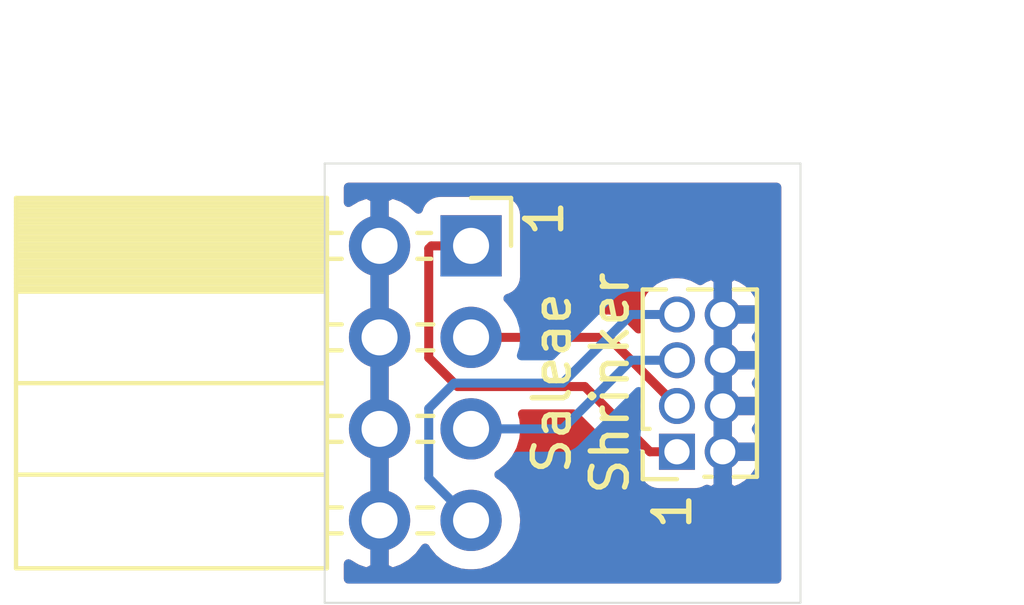
<source format=kicad_pcb>
(kicad_pcb (version 20171130) (host pcbnew "(5.1.4)-1")

  (general
    (thickness 1.6)
    (drawings 9)
    (tracks 18)
    (zones 0)
    (modules 2)
    (nets 6)
  )

  (page A4)
  (layers
    (0 F.Cu signal)
    (31 B.Cu signal)
    (32 B.Adhes user)
    (33 F.Adhes user)
    (34 B.Paste user)
    (35 F.Paste user)
    (36 B.SilkS user)
    (37 F.SilkS user)
    (38 B.Mask user)
    (39 F.Mask user)
    (40 Dwgs.User user)
    (41 Cmts.User user)
    (42 Eco1.User user)
    (43 Eco2.User user)
    (44 Edge.Cuts user)
    (45 Margin user)
    (46 B.CrtYd user)
    (47 F.CrtYd user)
    (48 B.Fab user)
    (49 F.Fab user)
  )

  (setup
    (last_trace_width 0.25)
    (trace_clearance 0.2)
    (zone_clearance 0.508)
    (zone_45_only no)
    (trace_min 0.2)
    (via_size 0.8)
    (via_drill 0.4)
    (via_min_size 0.4)
    (via_min_drill 0.3)
    (uvia_size 0.3)
    (uvia_drill 0.1)
    (uvias_allowed no)
    (uvia_min_size 0.2)
    (uvia_min_drill 0.1)
    (edge_width 0.05)
    (segment_width 0.2)
    (pcb_text_width 0.3)
    (pcb_text_size 1.5 1.5)
    (mod_edge_width 0.12)
    (mod_text_size 1 1)
    (mod_text_width 0.15)
    (pad_size 1.524 1.524)
    (pad_drill 0.762)
    (pad_to_mask_clearance 0.051)
    (solder_mask_min_width 0.25)
    (aux_axis_origin 0 0)
    (visible_elements 7FFFFFFF)
    (pcbplotparams
      (layerselection 0x010fc_ffffffff)
      (usegerberextensions false)
      (usegerberattributes false)
      (usegerberadvancedattributes false)
      (creategerberjobfile false)
      (excludeedgelayer true)
      (linewidth 0.100000)
      (plotframeref false)
      (viasonmask false)
      (mode 1)
      (useauxorigin false)
      (hpglpennumber 1)
      (hpglpenspeed 20)
      (hpglpendiameter 15.000000)
      (psnegative false)
      (psa4output false)
      (plotreference true)
      (plotvalue true)
      (plotinvisibletext false)
      (padsonsilk false)
      (subtractmaskfromsilk false)
      (outputformat 1)
      (mirror false)
      (drillshape 0)
      (scaleselection 1)
      (outputdirectory ""))
  )

  (net 0 "")
  (net 1 "Net-(J1-Pad7)")
  (net 2 "Net-(J1-Pad5)")
  (net 3 "Net-(J1-Pad3)")
  (net 4 "Net-(J1-Pad1)")
  (net 5 GND)

  (net_class Default "This is the default net class."
    (clearance 0.2)
    (trace_width 0.25)
    (via_dia 0.8)
    (via_drill 0.4)
    (uvia_dia 0.3)
    (uvia_drill 0.1)
    (add_net GND)
    (add_net "Net-(J1-Pad1)")
    (add_net "Net-(J1-Pad3)")
    (add_net "Net-(J1-Pad5)")
    (add_net "Net-(J1-Pad7)")
  )

  (module Connector_PinSocket_1.27mm:PinSocket_2x04_P1.27mm_Vertical (layer F.Cu) (tedit 5A19A431) (tstamp 60BA65EC)
    (at 150.495 85.725 180)
    (descr "Through hole straight socket strip, 2x04, 1.27mm pitch, double cols (from Kicad 4.0.7), script generated")
    (tags "Through hole socket strip THT 2x04 1.27mm double row")
    (path /60C1262A)
    (fp_text reference J2 (at -0.635 5.969 90) (layer F.SilkS) hide
      (effects (font (size 1 1) (thickness 0.15)))
    )
    (fp_text value "0.050\" V 2x4" (at -0.635 5.945) (layer F.Fab) hide
      (effects (font (size 1 1) (thickness 0.15)))
    )
    (fp_text user %R (at -0.635 1.905 90) (layer F.Fab)
      (effects (font (size 1 1) (thickness 0.15)))
    )
    (fp_line (start -2.67 4.95) (end -2.67 -1.15) (layer F.CrtYd) (width 0.05))
    (fp_line (start 1.38 4.95) (end -2.67 4.95) (layer F.CrtYd) (width 0.05))
    (fp_line (start 1.38 -1.15) (end 1.38 4.95) (layer F.CrtYd) (width 0.05))
    (fp_line (start -2.67 -1.15) (end 1.38 -1.15) (layer F.CrtYd) (width 0.05))
    (fp_line (start 0 -0.76) (end 0.95 -0.76) (layer F.SilkS) (width 0.12))
    (fp_line (start 0.95 -0.76) (end 0.95 0) (layer F.SilkS) (width 0.12))
    (fp_line (start 0.76 0.635) (end 0.95 0.635) (layer F.SilkS) (width 0.12))
    (fp_line (start 0.95 0.635) (end 0.95 4.505) (layer F.SilkS) (width 0.12))
    (fp_line (start -0.96247 4.505) (end -0.30753 4.505) (layer F.SilkS) (width 0.12))
    (fp_line (start -2.22 4.505) (end -1.57753 4.505) (layer F.SilkS) (width 0.12))
    (fp_line (start 0.30753 4.505) (end 0.95 4.505) (layer F.SilkS) (width 0.12))
    (fp_line (start -2.22 -0.695) (end -2.22 4.505) (layer F.SilkS) (width 0.12))
    (fp_line (start -0.96247 -0.695) (end -0.76 -0.695) (layer F.SilkS) (width 0.12))
    (fp_line (start -2.22 -0.695) (end -1.57753 -0.695) (layer F.SilkS) (width 0.12))
    (fp_line (start -2.16 4.445) (end -2.16 -0.635) (layer F.Fab) (width 0.1))
    (fp_line (start 0.89 4.445) (end -2.16 4.445) (layer F.Fab) (width 0.1))
    (fp_line (start 0.89 0.1275) (end 0.89 4.445) (layer F.Fab) (width 0.1))
    (fp_line (start 0.1275 -0.635) (end 0.89 0.1275) (layer F.Fab) (width 0.1))
    (fp_line (start -2.16 -0.635) (end 0.1275 -0.635) (layer F.Fab) (width 0.1))
    (pad 8 thru_hole oval (at -1.27 3.81 180) (size 1 1) (drill 0.7) (layers *.Cu *.Mask)
      (net 5 GND))
    (pad 7 thru_hole oval (at 0 3.81 180) (size 1 1) (drill 0.7) (layers *.Cu *.Mask)
      (net 1 "Net-(J1-Pad7)"))
    (pad 6 thru_hole oval (at -1.27 2.54 180) (size 1 1) (drill 0.7) (layers *.Cu *.Mask)
      (net 5 GND))
    (pad 5 thru_hole oval (at 0 2.54 180) (size 1 1) (drill 0.7) (layers *.Cu *.Mask)
      (net 2 "Net-(J1-Pad5)"))
    (pad 4 thru_hole oval (at -1.27 1.27 180) (size 1 1) (drill 0.7) (layers *.Cu *.Mask)
      (net 5 GND))
    (pad 3 thru_hole oval (at 0 1.27 180) (size 1 1) (drill 0.7) (layers *.Cu *.Mask)
      (net 3 "Net-(J1-Pad3)"))
    (pad 2 thru_hole oval (at -1.27 0 180) (size 1 1) (drill 0.7) (layers *.Cu *.Mask)
      (net 5 GND))
    (pad 1 thru_hole rect (at 0 0 180) (size 1 1) (drill 0.7) (layers *.Cu *.Mask)
      (net 4 "Net-(J1-Pad1)"))
    (model ${KISYS3DMOD}/Connector_PinSocket_1.27mm.3dshapes/PinSocket_2x04_P1.27mm_Vertical.wrl
      (at (xyz 0 0 0))
      (scale (xyz 1 1 1))
      (rotate (xyz 0 0 0))
    )
  )

  (module Connector_PinSocket_2.54mm:PinSocket_2x04_P2.54mm_Horizontal (layer F.Cu) (tedit 5A19A432) (tstamp 60BA63D3)
    (at 144.78 80.01)
    (descr "Through hole angled socket strip, 2x04, 2.54mm pitch, 8.51mm socket length, double cols (from Kicad 4.0.7), script generated")
    (tags "Through hole angled socket strip THT 2x04 2.54mm double row")
    (path /60C11DE3)
    (fp_text reference J1 (at 6.096 -0.254 90) (layer F.SilkS) hide
      (effects (font (size 1 1) (thickness 0.15)))
    )
    (fp_text value "0.100\" RA 2x4" (at -5.65 10.39) (layer F.Fab) hide
      (effects (font (size 1 1) (thickness 0.15)))
    )
    (fp_line (start -12.57 -1.27) (end -5.03 -1.27) (layer F.Fab) (width 0.1))
    (fp_line (start -5.03 -1.27) (end -4.06 -0.3) (layer F.Fab) (width 0.1))
    (fp_line (start -4.06 -0.3) (end -4.06 8.89) (layer F.Fab) (width 0.1))
    (fp_line (start -4.06 8.89) (end -12.57 8.89) (layer F.Fab) (width 0.1))
    (fp_line (start -12.57 8.89) (end -12.57 -1.27) (layer F.Fab) (width 0.1))
    (fp_line (start 0 -0.3) (end -4.06 -0.3) (layer F.Fab) (width 0.1))
    (fp_line (start -4.06 0.3) (end 0 0.3) (layer F.Fab) (width 0.1))
    (fp_line (start 0 0.3) (end 0 -0.3) (layer F.Fab) (width 0.1))
    (fp_line (start 0 2.24) (end -4.06 2.24) (layer F.Fab) (width 0.1))
    (fp_line (start -4.06 2.84) (end 0 2.84) (layer F.Fab) (width 0.1))
    (fp_line (start 0 2.84) (end 0 2.24) (layer F.Fab) (width 0.1))
    (fp_line (start 0 4.78) (end -4.06 4.78) (layer F.Fab) (width 0.1))
    (fp_line (start -4.06 5.38) (end 0 5.38) (layer F.Fab) (width 0.1))
    (fp_line (start 0 5.38) (end 0 4.78) (layer F.Fab) (width 0.1))
    (fp_line (start 0 7.32) (end -4.06 7.32) (layer F.Fab) (width 0.1))
    (fp_line (start -4.06 7.92) (end 0 7.92) (layer F.Fab) (width 0.1))
    (fp_line (start 0 7.92) (end 0 7.32) (layer F.Fab) (width 0.1))
    (fp_line (start -12.63 -1.21) (end -4 -1.21) (layer F.SilkS) (width 0.12))
    (fp_line (start -12.63 -1.091905) (end -4 -1.091905) (layer F.SilkS) (width 0.12))
    (fp_line (start -12.63 -0.97381) (end -4 -0.97381) (layer F.SilkS) (width 0.12))
    (fp_line (start -12.63 -0.855715) (end -4 -0.855715) (layer F.SilkS) (width 0.12))
    (fp_line (start -12.63 -0.73762) (end -4 -0.73762) (layer F.SilkS) (width 0.12))
    (fp_line (start -12.63 -0.619525) (end -4 -0.619525) (layer F.SilkS) (width 0.12))
    (fp_line (start -12.63 -0.50143) (end -4 -0.50143) (layer F.SilkS) (width 0.12))
    (fp_line (start -12.63 -0.383335) (end -4 -0.383335) (layer F.SilkS) (width 0.12))
    (fp_line (start -12.63 -0.26524) (end -4 -0.26524) (layer F.SilkS) (width 0.12))
    (fp_line (start -12.63 -0.147145) (end -4 -0.147145) (layer F.SilkS) (width 0.12))
    (fp_line (start -12.63 -0.02905) (end -4 -0.02905) (layer F.SilkS) (width 0.12))
    (fp_line (start -12.63 0.089045) (end -4 0.089045) (layer F.SilkS) (width 0.12))
    (fp_line (start -12.63 0.20714) (end -4 0.20714) (layer F.SilkS) (width 0.12))
    (fp_line (start -12.63 0.325235) (end -4 0.325235) (layer F.SilkS) (width 0.12))
    (fp_line (start -12.63 0.44333) (end -4 0.44333) (layer F.SilkS) (width 0.12))
    (fp_line (start -12.63 0.561425) (end -4 0.561425) (layer F.SilkS) (width 0.12))
    (fp_line (start -12.63 0.67952) (end -4 0.67952) (layer F.SilkS) (width 0.12))
    (fp_line (start -12.63 0.797615) (end -4 0.797615) (layer F.SilkS) (width 0.12))
    (fp_line (start -12.63 0.91571) (end -4 0.91571) (layer F.SilkS) (width 0.12))
    (fp_line (start -12.63 1.033805) (end -4 1.033805) (layer F.SilkS) (width 0.12))
    (fp_line (start -12.63 1.1519) (end -4 1.1519) (layer F.SilkS) (width 0.12))
    (fp_line (start -4 -0.36) (end -3.59 -0.36) (layer F.SilkS) (width 0.12))
    (fp_line (start -1.49 -0.36) (end -1.11 -0.36) (layer F.SilkS) (width 0.12))
    (fp_line (start -4 0.36) (end -3.59 0.36) (layer F.SilkS) (width 0.12))
    (fp_line (start -1.49 0.36) (end -1.11 0.36) (layer F.SilkS) (width 0.12))
    (fp_line (start -4 2.18) (end -3.59 2.18) (layer F.SilkS) (width 0.12))
    (fp_line (start -1.49 2.18) (end -1.05 2.18) (layer F.SilkS) (width 0.12))
    (fp_line (start -4 2.9) (end -3.59 2.9) (layer F.SilkS) (width 0.12))
    (fp_line (start -1.49 2.9) (end -1.05 2.9) (layer F.SilkS) (width 0.12))
    (fp_line (start -4 4.72) (end -3.59 4.72) (layer F.SilkS) (width 0.12))
    (fp_line (start -1.49 4.72) (end -1.05 4.72) (layer F.SilkS) (width 0.12))
    (fp_line (start -4 5.44) (end -3.59 5.44) (layer F.SilkS) (width 0.12))
    (fp_line (start -1.49 5.44) (end -1.05 5.44) (layer F.SilkS) (width 0.12))
    (fp_line (start -4 7.26) (end -3.59 7.26) (layer F.SilkS) (width 0.12))
    (fp_line (start -1.49 7.26) (end -1.05 7.26) (layer F.SilkS) (width 0.12))
    (fp_line (start -4 7.98) (end -3.59 7.98) (layer F.SilkS) (width 0.12))
    (fp_line (start -1.49 7.98) (end -1.05 7.98) (layer F.SilkS) (width 0.12))
    (fp_line (start -12.63 1.27) (end -4 1.27) (layer F.SilkS) (width 0.12))
    (fp_line (start -12.63 3.81) (end -4 3.81) (layer F.SilkS) (width 0.12))
    (fp_line (start -12.63 6.35) (end -4 6.35) (layer F.SilkS) (width 0.12))
    (fp_line (start -12.63 -1.33) (end -4 -1.33) (layer F.SilkS) (width 0.12))
    (fp_line (start -4 -1.33) (end -4 8.95) (layer F.SilkS) (width 0.12))
    (fp_line (start -12.63 8.95) (end -4 8.95) (layer F.SilkS) (width 0.12))
    (fp_line (start -12.63 -1.33) (end -12.63 8.95) (layer F.SilkS) (width 0.12))
    (fp_line (start 1.11 -1.33) (end 1.11 0) (layer F.SilkS) (width 0.12))
    (fp_line (start 0 -1.33) (end 1.11 -1.33) (layer F.SilkS) (width 0.12))
    (fp_line (start 1.8 -1.75) (end -13.05 -1.75) (layer F.CrtYd) (width 0.05))
    (fp_line (start -13.05 -1.75) (end -13.05 9.45) (layer F.CrtYd) (width 0.05))
    (fp_line (start -13.05 9.45) (end 1.8 9.45) (layer F.CrtYd) (width 0.05))
    (fp_line (start 1.8 9.45) (end 1.8 -1.75) (layer F.CrtYd) (width 0.05))
    (fp_text user %R (at -8.315 3.81 90) (layer F.Fab)
      (effects (font (size 1 1) (thickness 0.15)))
    )
    (pad 1 thru_hole rect (at 0 0) (size 1.7 1.7) (drill 1) (layers *.Cu *.Mask)
      (net 4 "Net-(J1-Pad1)"))
    (pad 2 thru_hole oval (at -2.54 0) (size 1.7 1.7) (drill 1) (layers *.Cu *.Mask)
      (net 5 GND))
    (pad 3 thru_hole oval (at 0 2.54) (size 1.7 1.7) (drill 1) (layers *.Cu *.Mask)
      (net 3 "Net-(J1-Pad3)"))
    (pad 4 thru_hole oval (at -2.54 2.54) (size 1.7 1.7) (drill 1) (layers *.Cu *.Mask)
      (net 5 GND))
    (pad 5 thru_hole oval (at 0 5.08) (size 1.7 1.7) (drill 1) (layers *.Cu *.Mask)
      (net 2 "Net-(J1-Pad5)"))
    (pad 6 thru_hole oval (at -2.54 5.08) (size 1.7 1.7) (drill 1) (layers *.Cu *.Mask)
      (net 5 GND))
    (pad 7 thru_hole oval (at 0 7.62) (size 1.7 1.7) (drill 1) (layers *.Cu *.Mask)
      (net 1 "Net-(J1-Pad7)"))
    (pad 8 thru_hole oval (at -2.54 7.62) (size 1.7 1.7) (drill 1) (layers *.Cu *.Mask)
      (net 5 GND))
    (model ${KISYS3DMOD}/Connector_PinSocket_2.54mm.3dshapes/PinSocket_2x04_P2.54mm_Horizontal.wrl
      (at (xyz 0 0 0))
      (scale (xyz 1 1 1))
      (rotate (xyz 0 0 0))
    )
  )

  (gr_text 1 (at 150.368 87.376 90) (layer F.SilkS) (tstamp 60BA6F12)
    (effects (font (size 1 1) (thickness 0.15)))
  )
  (gr_text 1 (at 146.812 79.248 90) (layer F.SilkS)
    (effects (font (size 1 1) (thickness 0.15)))
  )
  (gr_text "Saleae\nShrinker" (at 147.828 83.82 90) (layer F.SilkS)
    (effects (font (size 1 1) (thickness 0.15)))
  )
  (dimension 12.192 (width 0.15) (layer Dwgs.User)
    (gr_text "12.192 mm" (at 158.78 83.82 270) (layer Dwgs.User)
      (effects (font (size 1 1) (thickness 0.15)))
    )
    (feature1 (pts (xy 153.924 89.916) (xy 158.066421 89.916)))
    (feature2 (pts (xy 153.924 77.724) (xy 158.066421 77.724)))
    (crossbar (pts (xy 157.48 77.724) (xy 157.48 89.916)))
    (arrow1a (pts (xy 157.48 89.916) (xy 156.893579 88.789496)))
    (arrow1b (pts (xy 157.48 89.916) (xy 158.066421 88.789496)))
    (arrow2a (pts (xy 157.48 77.724) (xy 156.893579 78.850504)))
    (arrow2b (pts (xy 157.48 77.724) (xy 158.066421 78.850504)))
  )
  (dimension 13.208 (width 0.15) (layer Dwgs.User)
    (gr_text "13.208 mm" (at 147.32 73.884) (layer Dwgs.User)
      (effects (font (size 1 1) (thickness 0.15)))
    )
    (feature1 (pts (xy 153.924 77.724) (xy 153.924 74.597579)))
    (feature2 (pts (xy 140.716 77.724) (xy 140.716 74.597579)))
    (crossbar (pts (xy 140.716 75.184) (xy 153.924 75.184)))
    (arrow1a (pts (xy 153.924 75.184) (xy 152.797496 75.770421)))
    (arrow1b (pts (xy 153.924 75.184) (xy 152.797496 74.597579)))
    (arrow2a (pts (xy 140.716 75.184) (xy 141.842504 75.770421)))
    (arrow2b (pts (xy 140.716 75.184) (xy 141.842504 74.597579)))
  )
  (gr_line (start 153.924 77.724) (end 140.716 77.724) (layer Edge.Cuts) (width 0.05) (tstamp 60BA68E3))
  (gr_line (start 153.924 89.916) (end 153.924 77.724) (layer Edge.Cuts) (width 0.05))
  (gr_line (start 140.716 89.916) (end 153.924 89.916) (layer Edge.Cuts) (width 0.05))
  (gr_line (start 140.716 77.724) (end 140.716 89.916) (layer Edge.Cuts) (width 0.05))

  (segment (start 149.22359 81.915) (end 150.495 81.915) (width 0.25) (layer B.Cu) (net 1))
  (segment (start 147.31859 83.82) (end 149.22359 81.915) (width 0.25) (layer B.Cu) (net 1))
  (segment (start 144.310998 83.82) (end 147.31859 83.82) (width 0.25) (layer B.Cu) (net 1))
  (segment (start 143.604999 84.525999) (end 144.310998 83.82) (width 0.25) (layer B.Cu) (net 1))
  (segment (start 144.78 87.63) (end 143.604999 86.454999) (width 0.25) (layer B.Cu) (net 1))
  (segment (start 143.604999 86.454999) (end 143.604999 84.525999) (width 0.25) (layer B.Cu) (net 1))
  (segment (start 149.225 83.185) (end 150.495 83.185) (width 0.25) (layer B.Cu) (net 2))
  (segment (start 144.78 85.09) (end 147.32 85.09) (width 0.25) (layer B.Cu) (net 2))
  (segment (start 147.32 85.09) (end 149.225 83.185) (width 0.25) (layer B.Cu) (net 2))
  (segment (start 148.59 82.55) (end 150.495 84.455) (width 0.25) (layer F.Cu) (net 3))
  (segment (start 144.78 82.55) (end 148.59 82.55) (width 0.25) (layer F.Cu) (net 3))
  (segment (start 149.745 85.725) (end 150.495 85.725) (width 0.25) (layer F.Cu) (net 4))
  (segment (start 144.405997 83.914999) (end 147.934999 83.914999) (width 0.25) (layer F.Cu) (net 4))
  (segment (start 143.604999 83.114001) (end 144.405997 83.914999) (width 0.25) (layer F.Cu) (net 4))
  (segment (start 147.934999 83.914999) (end 149.745 85.725) (width 0.25) (layer F.Cu) (net 4))
  (segment (start 143.604999 80.085001) (end 143.604999 83.114001) (width 0.25) (layer F.Cu) (net 4))
  (segment (start 143.68 80.01) (end 143.604999 80.085001) (width 0.25) (layer F.Cu) (net 4))
  (segment (start 144.78 80.01) (end 143.68 80.01) (width 0.25) (layer F.Cu) (net 4))

  (zone (net 5) (net_name GND) (layer F.Cu) (tstamp 60BA6F4D) (hatch edge 0.508)
    (connect_pads (clearance 0.508))
    (min_thickness 0.254)
    (fill yes (arc_segments 32) (thermal_gap 0.508) (thermal_bridge_width 0.508))
    (polygon
      (pts
        (xy 141.224 78.232) (xy 153.416 78.232) (xy 153.416 89.408) (xy 141.224 89.408)
      )
    )
    (filled_polygon
      (pts
        (xy 153.264 89.256) (xy 141.376 89.256) (xy 141.376 88.835516) (xy 141.608748 88.974157) (xy 141.883109 89.071481)
        (xy 142.113 88.950814) (xy 142.113 87.757) (xy 142.093 87.757) (xy 142.093 87.503) (xy 142.113 87.503)
        (xy 142.113 85.217) (xy 142.093 85.217) (xy 142.093 84.963) (xy 142.113 84.963) (xy 142.113 82.677)
        (xy 142.093 82.677) (xy 142.093 82.423) (xy 142.113 82.423) (xy 142.113 80.137) (xy 142.093 80.137)
        (xy 142.093 79.883) (xy 142.113 79.883) (xy 142.113 78.689186) (xy 142.367 78.689186) (xy 142.367 79.883)
        (xy 142.387 79.883) (xy 142.387 80.137) (xy 142.367 80.137) (xy 142.367 82.423) (xy 142.387 82.423)
        (xy 142.387 82.677) (xy 142.367 82.677) (xy 142.367 84.963) (xy 142.387 84.963) (xy 142.387 85.217)
        (xy 142.367 85.217) (xy 142.367 87.503) (xy 142.387 87.503) (xy 142.387 87.757) (xy 142.367 87.757)
        (xy 142.367 88.950814) (xy 142.596891 89.071481) (xy 142.871252 88.974157) (xy 143.121355 88.825178) (xy 143.337588 88.630269)
        (xy 143.508416 88.401244) (xy 143.539294 88.459014) (xy 143.724866 88.685134) (xy 143.950986 88.870706) (xy 144.208966 89.008599)
        (xy 144.488889 89.093513) (xy 144.70705 89.115) (xy 144.85295 89.115) (xy 145.071111 89.093513) (xy 145.351034 89.008599)
        (xy 145.609014 88.870706) (xy 145.835134 88.685134) (xy 146.020706 88.459014) (xy 146.158599 88.201034) (xy 146.243513 87.921111)
        (xy 146.272185 87.63) (xy 146.243513 87.338889) (xy 146.158599 87.058966) (xy 146.020706 86.800986) (xy 145.835134 86.574866)
        (xy 145.609014 86.389294) (xy 145.554209 86.36) (xy 145.609014 86.330706) (xy 145.835134 86.145134) (xy 146.020706 85.919014)
        (xy 146.158599 85.661034) (xy 146.243513 85.381111) (xy 146.272185 85.09) (xy 146.243513 84.798889) (xy 146.205931 84.674999)
        (xy 147.620198 84.674999) (xy 149.181201 86.236003) (xy 149.204999 86.265001) (xy 149.233997 86.288799) (xy 149.320723 86.359974)
        (xy 149.382366 86.392923) (xy 149.405498 86.46918) (xy 149.464463 86.579494) (xy 149.543815 86.676185) (xy 149.640506 86.755537)
        (xy 149.75082 86.814502) (xy 149.870518 86.850812) (xy 149.995 86.863072) (xy 150.995 86.863072) (xy 151.119482 86.850812)
        (xy 151.23918 86.814502) (xy 151.327894 86.767082) (xy 151.463124 86.819126) (xy 151.638 86.694129) (xy 151.638 85.852)
        (xy 151.892 85.852) (xy 151.892 86.694129) (xy 152.066876 86.819126) (xy 152.274529 86.73921) (xy 152.462601 86.620318)
        (xy 152.623865 86.46702) (xy 152.752123 86.285206) (xy 152.842446 86.081864) (xy 152.859119 86.026874) (xy 152.732954 85.852)
        (xy 151.892 85.852) (xy 151.638 85.852) (xy 151.633072 85.852) (xy 151.633072 85.598) (xy 151.638 85.598)
        (xy 151.638 84.582) (xy 151.892 84.582) (xy 151.892 85.598) (xy 152.732954 85.598) (xy 152.859119 85.423126)
        (xy 152.842446 85.368136) (xy 152.752123 85.164794) (xy 152.699361 85.09) (xy 152.752123 85.015206) (xy 152.842446 84.811864)
        (xy 152.859119 84.756874) (xy 152.732954 84.582) (xy 151.892 84.582) (xy 151.638 84.582) (xy 151.622983 84.582)
        (xy 151.635491 84.455) (xy 151.622983 84.328) (xy 151.638 84.328) (xy 151.638 83.312) (xy 151.892 83.312)
        (xy 151.892 84.328) (xy 152.732954 84.328) (xy 152.859119 84.153126) (xy 152.842446 84.098136) (xy 152.752123 83.894794)
        (xy 152.699361 83.82) (xy 152.752123 83.745206) (xy 152.842446 83.541864) (xy 152.859119 83.486874) (xy 152.732954 83.312)
        (xy 151.892 83.312) (xy 151.638 83.312) (xy 151.622983 83.312) (xy 151.635491 83.185) (xy 151.622983 83.058)
        (xy 151.638 83.058) (xy 151.638 82.042) (xy 151.892 82.042) (xy 151.892 83.058) (xy 152.732954 83.058)
        (xy 152.859119 82.883126) (xy 152.842446 82.828136) (xy 152.752123 82.624794) (xy 152.699361 82.55) (xy 152.752123 82.475206)
        (xy 152.842446 82.271864) (xy 152.859119 82.216874) (xy 152.732954 82.042) (xy 151.892 82.042) (xy 151.638 82.042)
        (xy 151.622983 82.042) (xy 151.635491 81.915) (xy 151.622983 81.788) (xy 151.638 81.788) (xy 151.638 80.945871)
        (xy 151.892 80.945871) (xy 151.892 81.788) (xy 152.732954 81.788) (xy 152.859119 81.613126) (xy 152.842446 81.558136)
        (xy 152.752123 81.354794) (xy 152.623865 81.17298) (xy 152.462601 81.019682) (xy 152.274529 80.90079) (xy 152.066876 80.820874)
        (xy 151.892 80.945871) (xy 151.638 80.945871) (xy 151.463124 80.820874) (xy 151.255471 80.90079) (xy 151.13844 80.974773)
        (xy 151.128623 80.966716) (xy 150.931447 80.861324) (xy 150.717499 80.796423) (xy 150.550752 80.78) (xy 150.439248 80.78)
        (xy 150.272501 80.796423) (xy 150.058553 80.861324) (xy 149.861377 80.966716) (xy 149.688551 81.108551) (xy 149.546716 81.281377)
        (xy 149.441324 81.478553) (xy 149.376423 81.692501) (xy 149.354509 81.915) (xy 149.376423 82.137499) (xy 149.430471 82.31567)
        (xy 149.153804 82.039003) (xy 149.130001 82.009999) (xy 149.014276 81.915026) (xy 148.882247 81.844454) (xy 148.738986 81.800997)
        (xy 148.627333 81.79) (xy 148.627322 81.79) (xy 148.59 81.786324) (xy 148.552678 81.79) (xy 146.057595 81.79)
        (xy 146.020706 81.720986) (xy 145.835134 81.494866) (xy 145.805313 81.470393) (xy 145.87418 81.449502) (xy 145.984494 81.390537)
        (xy 146.081185 81.311185) (xy 146.160537 81.214494) (xy 146.219502 81.10418) (xy 146.255812 80.984482) (xy 146.268072 80.86)
        (xy 146.268072 79.16) (xy 146.255812 79.035518) (xy 146.219502 78.91582) (xy 146.160537 78.805506) (xy 146.081185 78.708815)
        (xy 145.984494 78.629463) (xy 145.87418 78.570498) (xy 145.754482 78.534188) (xy 145.63 78.521928) (xy 143.93 78.521928)
        (xy 143.805518 78.534188) (xy 143.68582 78.570498) (xy 143.575506 78.629463) (xy 143.478815 78.708815) (xy 143.399463 78.805506)
        (xy 143.340498 78.91582) (xy 143.317502 78.991626) (xy 143.121355 78.814822) (xy 142.871252 78.665843) (xy 142.596891 78.568519)
        (xy 142.367 78.689186) (xy 142.113 78.689186) (xy 141.883109 78.568519) (xy 141.608748 78.665843) (xy 141.376 78.804484)
        (xy 141.376 78.384) (xy 153.264001 78.384)
      )
    )
  )
  (zone (net 5) (net_name GND) (layer B.Cu) (tstamp 60BA6F4A) (hatch edge 0.508)
    (connect_pads (clearance 0.508))
    (min_thickness 0.254)
    (fill yes (arc_segments 32) (thermal_gap 0.508) (thermal_bridge_width 0.508))
    (polygon
      (pts
        (xy 141.224 78.232) (xy 153.416 78.232) (xy 153.416 89.408) (xy 141.224 89.408)
      )
    )
    (filled_polygon
      (pts
        (xy 153.264 89.256) (xy 141.376 89.256) (xy 141.376 88.835516) (xy 141.608748 88.974157) (xy 141.883109 89.071481)
        (xy 142.113 88.950814) (xy 142.113 87.757) (xy 142.093 87.757) (xy 142.093 87.503) (xy 142.113 87.503)
        (xy 142.113 85.217) (xy 142.093 85.217) (xy 142.093 84.963) (xy 142.113 84.963) (xy 142.113 82.677)
        (xy 142.093 82.677) (xy 142.093 82.423) (xy 142.113 82.423) (xy 142.113 80.137) (xy 142.093 80.137)
        (xy 142.093 79.883) (xy 142.113 79.883) (xy 142.113 78.689186) (xy 142.367 78.689186) (xy 142.367 79.883)
        (xy 142.387 79.883) (xy 142.387 80.137) (xy 142.367 80.137) (xy 142.367 82.423) (xy 142.387 82.423)
        (xy 142.387 82.677) (xy 142.367 82.677) (xy 142.367 84.963) (xy 142.387 84.963) (xy 142.387 85.217)
        (xy 142.367 85.217) (xy 142.367 87.503) (xy 142.387 87.503) (xy 142.387 87.757) (xy 142.367 87.757)
        (xy 142.367 88.950814) (xy 142.596891 89.071481) (xy 142.871252 88.974157) (xy 143.121355 88.825178) (xy 143.337588 88.630269)
        (xy 143.508416 88.401244) (xy 143.539294 88.459014) (xy 143.724866 88.685134) (xy 143.950986 88.870706) (xy 144.208966 89.008599)
        (xy 144.488889 89.093513) (xy 144.70705 89.115) (xy 144.85295 89.115) (xy 145.071111 89.093513) (xy 145.351034 89.008599)
        (xy 145.609014 88.870706) (xy 145.835134 88.685134) (xy 146.020706 88.459014) (xy 146.158599 88.201034) (xy 146.243513 87.921111)
        (xy 146.272185 87.63) (xy 146.243513 87.338889) (xy 146.158599 87.058966) (xy 146.020706 86.800986) (xy 145.835134 86.574866)
        (xy 145.609014 86.389294) (xy 145.554209 86.36) (xy 145.609014 86.330706) (xy 145.835134 86.145134) (xy 146.020706 85.919014)
        (xy 146.057595 85.85) (xy 147.282678 85.85) (xy 147.32 85.853676) (xy 147.357322 85.85) (xy 147.357333 85.85)
        (xy 147.468986 85.839003) (xy 147.612247 85.795546) (xy 147.744276 85.724974) (xy 147.860001 85.630001) (xy 147.883804 85.600997)
        (xy 149.430471 84.054331) (xy 149.376423 84.232501) (xy 149.354509 84.455) (xy 149.376423 84.677499) (xy 149.441324 84.891447)
        (xy 149.447297 84.902621) (xy 149.405498 84.98082) (xy 149.369188 85.100518) (xy 149.356928 85.225) (xy 149.356928 86.225)
        (xy 149.369188 86.349482) (xy 149.405498 86.46918) (xy 149.464463 86.579494) (xy 149.543815 86.676185) (xy 149.640506 86.755537)
        (xy 149.75082 86.814502) (xy 149.870518 86.850812) (xy 149.995 86.863072) (xy 150.995 86.863072) (xy 151.119482 86.850812)
        (xy 151.23918 86.814502) (xy 151.327894 86.767082) (xy 151.463124 86.819126) (xy 151.638 86.694129) (xy 151.638 85.852)
        (xy 151.892 85.852) (xy 151.892 86.694129) (xy 152.066876 86.819126) (xy 152.274529 86.73921) (xy 152.462601 86.620318)
        (xy 152.623865 86.46702) (xy 152.752123 86.285206) (xy 152.842446 86.081864) (xy 152.859119 86.026874) (xy 152.732954 85.852)
        (xy 151.892 85.852) (xy 151.638 85.852) (xy 151.633072 85.852) (xy 151.633072 85.598) (xy 151.638 85.598)
        (xy 151.638 84.582) (xy 151.892 84.582) (xy 151.892 85.598) (xy 152.732954 85.598) (xy 152.859119 85.423126)
        (xy 152.842446 85.368136) (xy 152.752123 85.164794) (xy 152.699361 85.09) (xy 152.752123 85.015206) (xy 152.842446 84.811864)
        (xy 152.859119 84.756874) (xy 152.732954 84.582) (xy 151.892 84.582) (xy 151.638 84.582) (xy 151.622983 84.582)
        (xy 151.635491 84.455) (xy 151.622983 84.328) (xy 151.638 84.328) (xy 151.638 83.312) (xy 151.892 83.312)
        (xy 151.892 84.328) (xy 152.732954 84.328) (xy 152.859119 84.153126) (xy 152.842446 84.098136) (xy 152.752123 83.894794)
        (xy 152.699361 83.82) (xy 152.752123 83.745206) (xy 152.842446 83.541864) (xy 152.859119 83.486874) (xy 152.732954 83.312)
        (xy 151.892 83.312) (xy 151.638 83.312) (xy 151.622983 83.312) (xy 151.635491 83.185) (xy 151.622983 83.058)
        (xy 151.638 83.058) (xy 151.638 82.042) (xy 151.892 82.042) (xy 151.892 83.058) (xy 152.732954 83.058)
        (xy 152.859119 82.883126) (xy 152.842446 82.828136) (xy 152.752123 82.624794) (xy 152.699361 82.55) (xy 152.752123 82.475206)
        (xy 152.842446 82.271864) (xy 152.859119 82.216874) (xy 152.732954 82.042) (xy 151.892 82.042) (xy 151.638 82.042)
        (xy 151.622983 82.042) (xy 151.635491 81.915) (xy 151.622983 81.788) (xy 151.638 81.788) (xy 151.638 80.945871)
        (xy 151.892 80.945871) (xy 151.892 81.788) (xy 152.732954 81.788) (xy 152.859119 81.613126) (xy 152.842446 81.558136)
        (xy 152.752123 81.354794) (xy 152.623865 81.17298) (xy 152.462601 81.019682) (xy 152.274529 80.90079) (xy 152.066876 80.820874)
        (xy 151.892 80.945871) (xy 151.638 80.945871) (xy 151.463124 80.820874) (xy 151.255471 80.90079) (xy 151.13844 80.974773)
        (xy 151.128623 80.966716) (xy 150.931447 80.861324) (xy 150.717499 80.796423) (xy 150.550752 80.78) (xy 150.439248 80.78)
        (xy 150.272501 80.796423) (xy 150.058553 80.861324) (xy 149.861377 80.966716) (xy 149.688551 81.108551) (xy 149.650431 81.155)
        (xy 149.260913 81.155) (xy 149.22359 81.151324) (xy 149.186267 81.155) (xy 149.186257 81.155) (xy 149.074604 81.165997)
        (xy 148.931343 81.209454) (xy 148.799314 81.280026) (xy 148.683589 81.374999) (xy 148.659791 81.403997) (xy 147.003789 83.06)
        (xy 146.177114 83.06) (xy 146.243513 82.841111) (xy 146.272185 82.55) (xy 146.243513 82.258889) (xy 146.158599 81.978966)
        (xy 146.020706 81.720986) (xy 145.835134 81.494866) (xy 145.805313 81.470393) (xy 145.87418 81.449502) (xy 145.984494 81.390537)
        (xy 146.081185 81.311185) (xy 146.160537 81.214494) (xy 146.219502 81.10418) (xy 146.255812 80.984482) (xy 146.268072 80.86)
        (xy 146.268072 79.16) (xy 146.255812 79.035518) (xy 146.219502 78.91582) (xy 146.160537 78.805506) (xy 146.081185 78.708815)
        (xy 145.984494 78.629463) (xy 145.87418 78.570498) (xy 145.754482 78.534188) (xy 145.63 78.521928) (xy 143.93 78.521928)
        (xy 143.805518 78.534188) (xy 143.68582 78.570498) (xy 143.575506 78.629463) (xy 143.478815 78.708815) (xy 143.399463 78.805506)
        (xy 143.340498 78.91582) (xy 143.317502 78.991626) (xy 143.121355 78.814822) (xy 142.871252 78.665843) (xy 142.596891 78.568519)
        (xy 142.367 78.689186) (xy 142.113 78.689186) (xy 141.883109 78.568519) (xy 141.608748 78.665843) (xy 141.376 78.804484)
        (xy 141.376 78.384) (xy 153.264001 78.384)
      )
    )
  )
)

</source>
